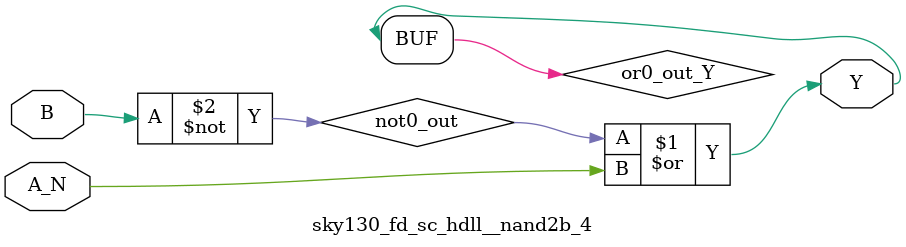
<source format=v>
/*
 * Copyright 2020 The SkyWater PDK Authors
 *
 * Licensed under the Apache License, Version 2.0 (the "License");
 * you may not use this file except in compliance with the License.
 * You may obtain a copy of the License at
 *
 *     https://www.apache.org/licenses/LICENSE-2.0
 *
 * Unless required by applicable law or agreed to in writing, software
 * distributed under the License is distributed on an "AS IS" BASIS,
 * WITHOUT WARRANTIES OR CONDITIONS OF ANY KIND, either express or implied.
 * See the License for the specific language governing permissions and
 * limitations under the License.
 *
 * SPDX-License-Identifier: Apache-2.0
*/


`ifndef SKY130_FD_SC_HDLL__NAND2B_4_FUNCTIONAL_V
`define SKY130_FD_SC_HDLL__NAND2B_4_FUNCTIONAL_V

/**
 * nand2b: 2-input NAND, first input inverted.
 *
 * Verilog simulation functional model.
 */

`timescale 1ns / 1ps
`default_nettype none

`celldefine
module sky130_fd_sc_hdll__nand2b_4 (
    Y  ,
    A_N,
    B
);

    // Module ports
    output Y  ;
    input  A_N;
    input  B  ;

    // Local signals
    wire not0_out ;
    wire or0_out_Y;

    //  Name  Output     Other arguments
    not not0 (not0_out , B              );
    or  or0  (or0_out_Y, not0_out, A_N  );
    buf buf0 (Y        , or0_out_Y      );

endmodule
`endcelldefine

`default_nettype wire
`endif  // SKY130_FD_SC_HDLL__NAND2B_4_FUNCTIONAL_V

</source>
